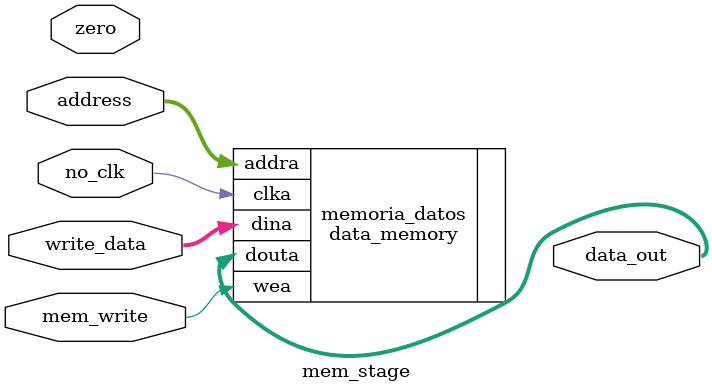
<source format=v>
`timescale 1ns / 1ps
module mem_stage(
	 input no_clk,
    input zero,
	 input mem_write,
    input [6:0] address,
    input [31:0] write_data,
    output [31:0] data_out
    );
	 
	 data_memory memoria_datos (
		.clka(no_clk), 
		.wea(mem_write), 
		.addra(address[6:0]), 
		.dina(write_data), 
		.douta(data_out)
	 );
	 	 
endmodule
</source>
